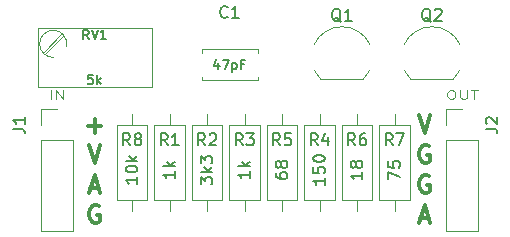
<source format=gto>
G04 #@! TF.FileFunction,Legend,Top*
%FSLAX46Y46*%
G04 Gerber Fmt 4.6, Leading zero omitted, Abs format (unit mm)*
G04 Created by KiCad (PCBNEW 4.0.7) date 02/14/19 14:55:55*
%MOMM*%
%LPD*%
G01*
G04 APERTURE LIST*
%ADD10C,0.100000*%
%ADD11C,0.300000*%
%ADD12C,0.120000*%
%ADD13C,0.150000*%
G04 APERTURE END LIST*
D10*
X134096191Y-124776667D02*
X134096191Y-124076667D01*
X134572381Y-124776667D02*
X134572381Y-124076667D01*
X135143810Y-124776667D01*
X135143810Y-124076667D01*
X167910000Y-124076667D02*
X168100477Y-124076667D01*
X168195715Y-124110000D01*
X168290953Y-124176667D01*
X168338572Y-124310000D01*
X168338572Y-124543333D01*
X168290953Y-124676667D01*
X168195715Y-124743333D01*
X168100477Y-124776667D01*
X167910000Y-124776667D01*
X167814762Y-124743333D01*
X167719524Y-124676667D01*
X167671905Y-124543333D01*
X167671905Y-124310000D01*
X167719524Y-124176667D01*
X167814762Y-124110000D01*
X167910000Y-124076667D01*
X168767143Y-124076667D02*
X168767143Y-124643333D01*
X168814762Y-124710000D01*
X168862381Y-124743333D01*
X168957619Y-124776667D01*
X169148096Y-124776667D01*
X169243334Y-124743333D01*
X169290953Y-124710000D01*
X169338572Y-124643333D01*
X169338572Y-124076667D01*
X169671905Y-124076667D02*
X170243334Y-124076667D01*
X169957619Y-124776667D02*
X169957619Y-124076667D01*
D11*
X165377857Y-134870000D02*
X166092143Y-134870000D01*
X165235000Y-135298571D02*
X165735000Y-133798571D01*
X166235000Y-135298571D01*
X166127857Y-131330000D02*
X165985000Y-131258571D01*
X165770714Y-131258571D01*
X165556429Y-131330000D01*
X165413571Y-131472857D01*
X165342143Y-131615714D01*
X165270714Y-131901429D01*
X165270714Y-132115714D01*
X165342143Y-132401429D01*
X165413571Y-132544286D01*
X165556429Y-132687143D01*
X165770714Y-132758571D01*
X165913571Y-132758571D01*
X166127857Y-132687143D01*
X166199286Y-132615714D01*
X166199286Y-132115714D01*
X165913571Y-132115714D01*
X166127857Y-128790000D02*
X165985000Y-128718571D01*
X165770714Y-128718571D01*
X165556429Y-128790000D01*
X165413571Y-128932857D01*
X165342143Y-129075714D01*
X165270714Y-129361429D01*
X165270714Y-129575714D01*
X165342143Y-129861429D01*
X165413571Y-130004286D01*
X165556429Y-130147143D01*
X165770714Y-130218571D01*
X165913571Y-130218571D01*
X166127857Y-130147143D01*
X166199286Y-130075714D01*
X166199286Y-129575714D01*
X165913571Y-129575714D01*
X165235000Y-126178571D02*
X165735000Y-127678571D01*
X166235000Y-126178571D01*
X138187857Y-133870000D02*
X138045000Y-133798571D01*
X137830714Y-133798571D01*
X137616429Y-133870000D01*
X137473571Y-134012857D01*
X137402143Y-134155714D01*
X137330714Y-134441429D01*
X137330714Y-134655714D01*
X137402143Y-134941429D01*
X137473571Y-135084286D01*
X137616429Y-135227143D01*
X137830714Y-135298571D01*
X137973571Y-135298571D01*
X138187857Y-135227143D01*
X138259286Y-135155714D01*
X138259286Y-134655714D01*
X137973571Y-134655714D01*
X137437857Y-132330000D02*
X138152143Y-132330000D01*
X137295000Y-132758571D02*
X137795000Y-131258571D01*
X138295000Y-132758571D01*
X137295000Y-128718571D02*
X137795000Y-130218571D01*
X138295000Y-128718571D01*
X137223572Y-127107143D02*
X138366429Y-127107143D01*
X137795000Y-127678571D02*
X137795000Y-126535714D01*
D12*
X149185000Y-133385000D02*
X151805000Y-133385000D01*
X151805000Y-133385000D02*
X151805000Y-126965000D01*
X151805000Y-126965000D02*
X149185000Y-126965000D01*
X149185000Y-126965000D02*
X149185000Y-133385000D01*
X150495000Y-134275000D02*
X150495000Y-133385000D01*
X150495000Y-126075000D02*
X150495000Y-126965000D01*
X134340309Y-121289296D02*
G75*
G02X134300000Y-118980000I-40309J1154296D01*
G01*
X134279879Y-118980948D02*
G75*
G02X135429000Y-120375000I20121J-1154052D01*
G01*
X142620000Y-123755000D02*
X132970000Y-123755000D01*
X142620000Y-118804000D02*
X132970000Y-118804000D01*
X142620000Y-123755000D02*
X142620000Y-118804000D01*
X132970000Y-123755000D02*
X132970000Y-118804000D01*
X133424000Y-120869000D02*
X135035000Y-119259000D01*
X133564000Y-121010000D02*
X135176000Y-119400000D01*
X151675000Y-123230000D02*
X146855000Y-123230000D01*
X151675000Y-120610000D02*
X146855000Y-120610000D01*
X151675000Y-123230000D02*
X151675000Y-122916000D01*
X151675000Y-120924000D02*
X151675000Y-120610000D01*
X146855000Y-123230000D02*
X146855000Y-122916000D01*
X146855000Y-120924000D02*
X146855000Y-120610000D01*
X167580000Y-135950000D02*
X170240000Y-135950000D01*
X167580000Y-128270000D02*
X167580000Y-135950000D01*
X170240000Y-128270000D02*
X170240000Y-135950000D01*
X167580000Y-128270000D02*
X170240000Y-128270000D01*
X167580000Y-127000000D02*
X167580000Y-125670000D01*
X167580000Y-125670000D02*
X168910000Y-125670000D01*
X156950000Y-123135000D02*
X160550000Y-123135000D01*
X156425816Y-122407795D02*
G75*
G03X156950000Y-123135000I2324184J1122795D01*
G01*
X156393600Y-120186193D02*
G75*
G02X158750000Y-118685000I2356400J-1098807D01*
G01*
X161106400Y-120186193D02*
G75*
G03X158750000Y-118685000I-2356400J-1098807D01*
G01*
X161074184Y-122407795D02*
G75*
G02X160550000Y-123135000I-2324184J1122795D01*
G01*
X164570000Y-123135000D02*
X168170000Y-123135000D01*
X164045816Y-122407795D02*
G75*
G03X164570000Y-123135000I2324184J1122795D01*
G01*
X164013600Y-120186193D02*
G75*
G02X166370000Y-118685000I2356400J-1098807D01*
G01*
X168726400Y-120186193D02*
G75*
G03X166370000Y-118685000I-2356400J-1098807D01*
G01*
X168694184Y-122407795D02*
G75*
G02X168170000Y-123135000I-2324184J1122795D01*
G01*
X142835000Y-133385000D02*
X145455000Y-133385000D01*
X145455000Y-133385000D02*
X145455000Y-126965000D01*
X145455000Y-126965000D02*
X142835000Y-126965000D01*
X142835000Y-126965000D02*
X142835000Y-133385000D01*
X144145000Y-134275000D02*
X144145000Y-133385000D01*
X144145000Y-126075000D02*
X144145000Y-126965000D01*
X146010000Y-133385000D02*
X148630000Y-133385000D01*
X148630000Y-133385000D02*
X148630000Y-126965000D01*
X148630000Y-126965000D02*
X146010000Y-126965000D01*
X146010000Y-126965000D02*
X146010000Y-133385000D01*
X147320000Y-134275000D02*
X147320000Y-133385000D01*
X147320000Y-126075000D02*
X147320000Y-126965000D01*
X155535000Y-133385000D02*
X158155000Y-133385000D01*
X158155000Y-133385000D02*
X158155000Y-126965000D01*
X158155000Y-126965000D02*
X155535000Y-126965000D01*
X155535000Y-126965000D02*
X155535000Y-133385000D01*
X156845000Y-134275000D02*
X156845000Y-133385000D01*
X156845000Y-126075000D02*
X156845000Y-126965000D01*
X152360000Y-133385000D02*
X154980000Y-133385000D01*
X154980000Y-133385000D02*
X154980000Y-126965000D01*
X154980000Y-126965000D02*
X152360000Y-126965000D01*
X152360000Y-126965000D02*
X152360000Y-133385000D01*
X153670000Y-134275000D02*
X153670000Y-133385000D01*
X153670000Y-126075000D02*
X153670000Y-126965000D01*
X158710000Y-133385000D02*
X161330000Y-133385000D01*
X161330000Y-133385000D02*
X161330000Y-126965000D01*
X161330000Y-126965000D02*
X158710000Y-126965000D01*
X158710000Y-126965000D02*
X158710000Y-133385000D01*
X160020000Y-134275000D02*
X160020000Y-133385000D01*
X160020000Y-126075000D02*
X160020000Y-126965000D01*
X161885000Y-133385000D02*
X164505000Y-133385000D01*
X164505000Y-133385000D02*
X164505000Y-126965000D01*
X164505000Y-126965000D02*
X161885000Y-126965000D01*
X161885000Y-126965000D02*
X161885000Y-133385000D01*
X163195000Y-134275000D02*
X163195000Y-133385000D01*
X163195000Y-126075000D02*
X163195000Y-126965000D01*
X139660000Y-133385000D02*
X142280000Y-133385000D01*
X142280000Y-133385000D02*
X142280000Y-126965000D01*
X142280000Y-126965000D02*
X139660000Y-126965000D01*
X139660000Y-126965000D02*
X139660000Y-133385000D01*
X140970000Y-134275000D02*
X140970000Y-133385000D01*
X140970000Y-126075000D02*
X140970000Y-126965000D01*
X133290000Y-135950000D02*
X135950000Y-135950000D01*
X133290000Y-128270000D02*
X133290000Y-135950000D01*
X135950000Y-128270000D02*
X135950000Y-135950000D01*
X133290000Y-128270000D02*
X135950000Y-128270000D01*
X133290000Y-127000000D02*
X133290000Y-125670000D01*
X133290000Y-125670000D02*
X134620000Y-125670000D01*
D13*
X150328334Y-128722381D02*
X149995000Y-128246190D01*
X149756905Y-128722381D02*
X149756905Y-127722381D01*
X150137858Y-127722381D01*
X150233096Y-127770000D01*
X150280715Y-127817619D01*
X150328334Y-127912857D01*
X150328334Y-128055714D01*
X150280715Y-128150952D01*
X150233096Y-128198571D01*
X150137858Y-128246190D01*
X149756905Y-128246190D01*
X150661667Y-127722381D02*
X151280715Y-127722381D01*
X150947381Y-128103333D01*
X151090239Y-128103333D01*
X151185477Y-128150952D01*
X151233096Y-128198571D01*
X151280715Y-128293810D01*
X151280715Y-128531905D01*
X151233096Y-128627143D01*
X151185477Y-128674762D01*
X151090239Y-128722381D01*
X150804524Y-128722381D01*
X150709286Y-128674762D01*
X150661667Y-128627143D01*
X150947381Y-130929047D02*
X150947381Y-131500476D01*
X150947381Y-131214762D02*
X149947381Y-131214762D01*
X150090238Y-131310000D01*
X150185476Y-131405238D01*
X150233095Y-131500476D01*
X150947381Y-130500476D02*
X149947381Y-130500476D01*
X150566429Y-130405238D02*
X150947381Y-130119523D01*
X150280714Y-130119523D02*
X150661667Y-130500476D01*
X137318810Y-119741905D02*
X137052143Y-119360952D01*
X136861667Y-119741905D02*
X136861667Y-118941905D01*
X137166429Y-118941905D01*
X137242620Y-118980000D01*
X137280715Y-119018095D01*
X137318810Y-119094286D01*
X137318810Y-119208571D01*
X137280715Y-119284762D01*
X137242620Y-119322857D01*
X137166429Y-119360952D01*
X136861667Y-119360952D01*
X137547381Y-118941905D02*
X137814048Y-119741905D01*
X138080715Y-118941905D01*
X138766429Y-119741905D02*
X138309286Y-119741905D01*
X138537857Y-119741905D02*
X138537857Y-118941905D01*
X138461667Y-119056190D01*
X138385476Y-119132381D01*
X138309286Y-119170476D01*
X137661667Y-122751905D02*
X137280714Y-122751905D01*
X137242619Y-123132857D01*
X137280714Y-123094762D01*
X137356905Y-123056667D01*
X137547381Y-123056667D01*
X137623571Y-123094762D01*
X137661667Y-123132857D01*
X137699762Y-123209048D01*
X137699762Y-123399524D01*
X137661667Y-123475714D01*
X137623571Y-123513810D01*
X137547381Y-123551905D01*
X137356905Y-123551905D01*
X137280714Y-123513810D01*
X137242619Y-123475714D01*
X138042619Y-123551905D02*
X138042619Y-122751905D01*
X138118810Y-123247143D02*
X138347381Y-123551905D01*
X138347381Y-123018571D02*
X138042619Y-123323333D01*
X149058334Y-117832143D02*
X149010715Y-117879762D01*
X148867858Y-117927381D01*
X148772620Y-117927381D01*
X148629762Y-117879762D01*
X148534524Y-117784524D01*
X148486905Y-117689286D01*
X148439286Y-117498810D01*
X148439286Y-117355952D01*
X148486905Y-117165476D01*
X148534524Y-117070238D01*
X148629762Y-116975000D01*
X148772620Y-116927381D01*
X148867858Y-116927381D01*
X149010715Y-116975000D01*
X149058334Y-117022619D01*
X150010715Y-117927381D02*
X149439286Y-117927381D01*
X149725000Y-117927381D02*
X149725000Y-116927381D01*
X149629762Y-117070238D01*
X149534524Y-117165476D01*
X149439286Y-117213095D01*
X148291666Y-121748571D02*
X148291666Y-122281905D01*
X148101190Y-121443810D02*
X147910714Y-122015238D01*
X148405952Y-122015238D01*
X148634524Y-121481905D02*
X149167857Y-121481905D01*
X148825000Y-122281905D01*
X149472619Y-121748571D02*
X149472619Y-122548571D01*
X149472619Y-121786667D02*
X149548810Y-121748571D01*
X149701191Y-121748571D01*
X149777381Y-121786667D01*
X149815476Y-121824762D01*
X149853572Y-121900952D01*
X149853572Y-122129524D01*
X149815476Y-122205714D01*
X149777381Y-122243810D01*
X149701191Y-122281905D01*
X149548810Y-122281905D01*
X149472619Y-122243810D01*
X150463096Y-121862857D02*
X150196429Y-121862857D01*
X150196429Y-122281905D02*
X150196429Y-121481905D01*
X150577382Y-121481905D01*
X170902381Y-127333333D02*
X171616667Y-127333333D01*
X171759524Y-127380953D01*
X171854762Y-127476191D01*
X171902381Y-127619048D01*
X171902381Y-127714286D01*
X170997619Y-126904762D02*
X170950000Y-126857143D01*
X170902381Y-126761905D01*
X170902381Y-126523809D01*
X170950000Y-126428571D01*
X170997619Y-126380952D01*
X171092857Y-126333333D01*
X171188095Y-126333333D01*
X171330952Y-126380952D01*
X171902381Y-126952381D01*
X171902381Y-126333333D01*
X158654762Y-118272619D02*
X158559524Y-118225000D01*
X158464286Y-118129762D01*
X158321429Y-117986905D01*
X158226190Y-117939286D01*
X158130952Y-117939286D01*
X158178571Y-118177381D02*
X158083333Y-118129762D01*
X157988095Y-118034524D01*
X157940476Y-117844048D01*
X157940476Y-117510714D01*
X157988095Y-117320238D01*
X158083333Y-117225000D01*
X158178571Y-117177381D01*
X158369048Y-117177381D01*
X158464286Y-117225000D01*
X158559524Y-117320238D01*
X158607143Y-117510714D01*
X158607143Y-117844048D01*
X158559524Y-118034524D01*
X158464286Y-118129762D01*
X158369048Y-118177381D01*
X158178571Y-118177381D01*
X159559524Y-118177381D02*
X158988095Y-118177381D01*
X159273809Y-118177381D02*
X159273809Y-117177381D01*
X159178571Y-117320238D01*
X159083333Y-117415476D01*
X158988095Y-117463095D01*
X166274762Y-118272619D02*
X166179524Y-118225000D01*
X166084286Y-118129762D01*
X165941429Y-117986905D01*
X165846190Y-117939286D01*
X165750952Y-117939286D01*
X165798571Y-118177381D02*
X165703333Y-118129762D01*
X165608095Y-118034524D01*
X165560476Y-117844048D01*
X165560476Y-117510714D01*
X165608095Y-117320238D01*
X165703333Y-117225000D01*
X165798571Y-117177381D01*
X165989048Y-117177381D01*
X166084286Y-117225000D01*
X166179524Y-117320238D01*
X166227143Y-117510714D01*
X166227143Y-117844048D01*
X166179524Y-118034524D01*
X166084286Y-118129762D01*
X165989048Y-118177381D01*
X165798571Y-118177381D01*
X166608095Y-117272619D02*
X166655714Y-117225000D01*
X166750952Y-117177381D01*
X166989048Y-117177381D01*
X167084286Y-117225000D01*
X167131905Y-117272619D01*
X167179524Y-117367857D01*
X167179524Y-117463095D01*
X167131905Y-117605952D01*
X166560476Y-118177381D01*
X167179524Y-118177381D01*
X143978334Y-128722381D02*
X143645000Y-128246190D01*
X143406905Y-128722381D02*
X143406905Y-127722381D01*
X143787858Y-127722381D01*
X143883096Y-127770000D01*
X143930715Y-127817619D01*
X143978334Y-127912857D01*
X143978334Y-128055714D01*
X143930715Y-128150952D01*
X143883096Y-128198571D01*
X143787858Y-128246190D01*
X143406905Y-128246190D01*
X144930715Y-128722381D02*
X144359286Y-128722381D01*
X144645000Y-128722381D02*
X144645000Y-127722381D01*
X144549762Y-127865238D01*
X144454524Y-127960476D01*
X144359286Y-128008095D01*
X144597381Y-130929047D02*
X144597381Y-131500476D01*
X144597381Y-131214762D02*
X143597381Y-131214762D01*
X143740238Y-131310000D01*
X143835476Y-131405238D01*
X143883095Y-131500476D01*
X144597381Y-130500476D02*
X143597381Y-130500476D01*
X144216429Y-130405238D02*
X144597381Y-130119523D01*
X143930714Y-130119523D02*
X144311667Y-130500476D01*
X147153334Y-128722381D02*
X146820000Y-128246190D01*
X146581905Y-128722381D02*
X146581905Y-127722381D01*
X146962858Y-127722381D01*
X147058096Y-127770000D01*
X147105715Y-127817619D01*
X147153334Y-127912857D01*
X147153334Y-128055714D01*
X147105715Y-128150952D01*
X147058096Y-128198571D01*
X146962858Y-128246190D01*
X146581905Y-128246190D01*
X147534286Y-127817619D02*
X147581905Y-127770000D01*
X147677143Y-127722381D01*
X147915239Y-127722381D01*
X148010477Y-127770000D01*
X148058096Y-127817619D01*
X148105715Y-127912857D01*
X148105715Y-128008095D01*
X148058096Y-128150952D01*
X147486667Y-128722381D01*
X148105715Y-128722381D01*
X146772381Y-132024286D02*
X146772381Y-131405238D01*
X147153333Y-131738572D01*
X147153333Y-131595714D01*
X147200952Y-131500476D01*
X147248571Y-131452857D01*
X147343810Y-131405238D01*
X147581905Y-131405238D01*
X147677143Y-131452857D01*
X147724762Y-131500476D01*
X147772381Y-131595714D01*
X147772381Y-131881429D01*
X147724762Y-131976667D01*
X147677143Y-132024286D01*
X147772381Y-130976667D02*
X146772381Y-130976667D01*
X147391429Y-130881429D02*
X147772381Y-130595714D01*
X147105714Y-130595714D02*
X147486667Y-130976667D01*
X146772381Y-130262381D02*
X146772381Y-129643333D01*
X147153333Y-129976667D01*
X147153333Y-129833809D01*
X147200952Y-129738571D01*
X147248571Y-129690952D01*
X147343810Y-129643333D01*
X147581905Y-129643333D01*
X147677143Y-129690952D01*
X147724762Y-129738571D01*
X147772381Y-129833809D01*
X147772381Y-130119524D01*
X147724762Y-130214762D01*
X147677143Y-130262381D01*
X156678334Y-128722381D02*
X156345000Y-128246190D01*
X156106905Y-128722381D02*
X156106905Y-127722381D01*
X156487858Y-127722381D01*
X156583096Y-127770000D01*
X156630715Y-127817619D01*
X156678334Y-127912857D01*
X156678334Y-128055714D01*
X156630715Y-128150952D01*
X156583096Y-128198571D01*
X156487858Y-128246190D01*
X156106905Y-128246190D01*
X157535477Y-128055714D02*
X157535477Y-128722381D01*
X157297381Y-127674762D02*
X157059286Y-128389048D01*
X157678334Y-128389048D01*
X157297381Y-131476666D02*
X157297381Y-132048095D01*
X157297381Y-131762381D02*
X156297381Y-131762381D01*
X156440238Y-131857619D01*
X156535476Y-131952857D01*
X156583095Y-132048095D01*
X156297381Y-130571904D02*
X156297381Y-131048095D01*
X156773571Y-131095714D01*
X156725952Y-131048095D01*
X156678333Y-130952857D01*
X156678333Y-130714761D01*
X156725952Y-130619523D01*
X156773571Y-130571904D01*
X156868810Y-130524285D01*
X157106905Y-130524285D01*
X157202143Y-130571904D01*
X157249762Y-130619523D01*
X157297381Y-130714761D01*
X157297381Y-130952857D01*
X157249762Y-131048095D01*
X157202143Y-131095714D01*
X156297381Y-129905238D02*
X156297381Y-129809999D01*
X156345000Y-129714761D01*
X156392619Y-129667142D01*
X156487857Y-129619523D01*
X156678333Y-129571904D01*
X156916429Y-129571904D01*
X157106905Y-129619523D01*
X157202143Y-129667142D01*
X157249762Y-129714761D01*
X157297381Y-129809999D01*
X157297381Y-129905238D01*
X157249762Y-130000476D01*
X157202143Y-130048095D01*
X157106905Y-130095714D01*
X156916429Y-130143333D01*
X156678333Y-130143333D01*
X156487857Y-130095714D01*
X156392619Y-130048095D01*
X156345000Y-130000476D01*
X156297381Y-129905238D01*
X153503334Y-128722381D02*
X153170000Y-128246190D01*
X152931905Y-128722381D02*
X152931905Y-127722381D01*
X153312858Y-127722381D01*
X153408096Y-127770000D01*
X153455715Y-127817619D01*
X153503334Y-127912857D01*
X153503334Y-128055714D01*
X153455715Y-128150952D01*
X153408096Y-128198571D01*
X153312858Y-128246190D01*
X152931905Y-128246190D01*
X154408096Y-127722381D02*
X153931905Y-127722381D01*
X153884286Y-128198571D01*
X153931905Y-128150952D01*
X154027143Y-128103333D01*
X154265239Y-128103333D01*
X154360477Y-128150952D01*
X154408096Y-128198571D01*
X154455715Y-128293810D01*
X154455715Y-128531905D01*
X154408096Y-128627143D01*
X154360477Y-128674762D01*
X154265239Y-128722381D01*
X154027143Y-128722381D01*
X153931905Y-128674762D01*
X153884286Y-128627143D01*
X153122381Y-131095714D02*
X153122381Y-131286191D01*
X153170000Y-131381429D01*
X153217619Y-131429048D01*
X153360476Y-131524286D01*
X153550952Y-131571905D01*
X153931905Y-131571905D01*
X154027143Y-131524286D01*
X154074762Y-131476667D01*
X154122381Y-131381429D01*
X154122381Y-131190952D01*
X154074762Y-131095714D01*
X154027143Y-131048095D01*
X153931905Y-131000476D01*
X153693810Y-131000476D01*
X153598571Y-131048095D01*
X153550952Y-131095714D01*
X153503333Y-131190952D01*
X153503333Y-131381429D01*
X153550952Y-131476667D01*
X153598571Y-131524286D01*
X153693810Y-131571905D01*
X153550952Y-130429048D02*
X153503333Y-130524286D01*
X153455714Y-130571905D01*
X153360476Y-130619524D01*
X153312857Y-130619524D01*
X153217619Y-130571905D01*
X153170000Y-130524286D01*
X153122381Y-130429048D01*
X153122381Y-130238571D01*
X153170000Y-130143333D01*
X153217619Y-130095714D01*
X153312857Y-130048095D01*
X153360476Y-130048095D01*
X153455714Y-130095714D01*
X153503333Y-130143333D01*
X153550952Y-130238571D01*
X153550952Y-130429048D01*
X153598571Y-130524286D01*
X153646190Y-130571905D01*
X153741429Y-130619524D01*
X153931905Y-130619524D01*
X154027143Y-130571905D01*
X154074762Y-130524286D01*
X154122381Y-130429048D01*
X154122381Y-130238571D01*
X154074762Y-130143333D01*
X154027143Y-130095714D01*
X153931905Y-130048095D01*
X153741429Y-130048095D01*
X153646190Y-130095714D01*
X153598571Y-130143333D01*
X153550952Y-130238571D01*
X159853334Y-128722381D02*
X159520000Y-128246190D01*
X159281905Y-128722381D02*
X159281905Y-127722381D01*
X159662858Y-127722381D01*
X159758096Y-127770000D01*
X159805715Y-127817619D01*
X159853334Y-127912857D01*
X159853334Y-128055714D01*
X159805715Y-128150952D01*
X159758096Y-128198571D01*
X159662858Y-128246190D01*
X159281905Y-128246190D01*
X160710477Y-127722381D02*
X160520000Y-127722381D01*
X160424762Y-127770000D01*
X160377143Y-127817619D01*
X160281905Y-127960476D01*
X160234286Y-128150952D01*
X160234286Y-128531905D01*
X160281905Y-128627143D01*
X160329524Y-128674762D01*
X160424762Y-128722381D01*
X160615239Y-128722381D01*
X160710477Y-128674762D01*
X160758096Y-128627143D01*
X160805715Y-128531905D01*
X160805715Y-128293810D01*
X160758096Y-128198571D01*
X160710477Y-128150952D01*
X160615239Y-128103333D01*
X160424762Y-128103333D01*
X160329524Y-128150952D01*
X160281905Y-128198571D01*
X160234286Y-128293810D01*
X160472381Y-131000476D02*
X160472381Y-131571905D01*
X160472381Y-131286191D02*
X159472381Y-131286191D01*
X159615238Y-131381429D01*
X159710476Y-131476667D01*
X159758095Y-131571905D01*
X159900952Y-130429048D02*
X159853333Y-130524286D01*
X159805714Y-130571905D01*
X159710476Y-130619524D01*
X159662857Y-130619524D01*
X159567619Y-130571905D01*
X159520000Y-130524286D01*
X159472381Y-130429048D01*
X159472381Y-130238571D01*
X159520000Y-130143333D01*
X159567619Y-130095714D01*
X159662857Y-130048095D01*
X159710476Y-130048095D01*
X159805714Y-130095714D01*
X159853333Y-130143333D01*
X159900952Y-130238571D01*
X159900952Y-130429048D01*
X159948571Y-130524286D01*
X159996190Y-130571905D01*
X160091429Y-130619524D01*
X160281905Y-130619524D01*
X160377143Y-130571905D01*
X160424762Y-130524286D01*
X160472381Y-130429048D01*
X160472381Y-130238571D01*
X160424762Y-130143333D01*
X160377143Y-130095714D01*
X160281905Y-130048095D01*
X160091429Y-130048095D01*
X159996190Y-130095714D01*
X159948571Y-130143333D01*
X159900952Y-130238571D01*
X163028334Y-128722381D02*
X162695000Y-128246190D01*
X162456905Y-128722381D02*
X162456905Y-127722381D01*
X162837858Y-127722381D01*
X162933096Y-127770000D01*
X162980715Y-127817619D01*
X163028334Y-127912857D01*
X163028334Y-128055714D01*
X162980715Y-128150952D01*
X162933096Y-128198571D01*
X162837858Y-128246190D01*
X162456905Y-128246190D01*
X163361667Y-127722381D02*
X164028334Y-127722381D01*
X163599762Y-128722381D01*
X162647381Y-131619524D02*
X162647381Y-130952857D01*
X163647381Y-131381429D01*
X162647381Y-130095714D02*
X162647381Y-130571905D01*
X163123571Y-130619524D01*
X163075952Y-130571905D01*
X163028333Y-130476667D01*
X163028333Y-130238571D01*
X163075952Y-130143333D01*
X163123571Y-130095714D01*
X163218810Y-130048095D01*
X163456905Y-130048095D01*
X163552143Y-130095714D01*
X163599762Y-130143333D01*
X163647381Y-130238571D01*
X163647381Y-130476667D01*
X163599762Y-130571905D01*
X163552143Y-130619524D01*
X140803334Y-128722381D02*
X140470000Y-128246190D01*
X140231905Y-128722381D02*
X140231905Y-127722381D01*
X140612858Y-127722381D01*
X140708096Y-127770000D01*
X140755715Y-127817619D01*
X140803334Y-127912857D01*
X140803334Y-128055714D01*
X140755715Y-128150952D01*
X140708096Y-128198571D01*
X140612858Y-128246190D01*
X140231905Y-128246190D01*
X141374762Y-128150952D02*
X141279524Y-128103333D01*
X141231905Y-128055714D01*
X141184286Y-127960476D01*
X141184286Y-127912857D01*
X141231905Y-127817619D01*
X141279524Y-127770000D01*
X141374762Y-127722381D01*
X141565239Y-127722381D01*
X141660477Y-127770000D01*
X141708096Y-127817619D01*
X141755715Y-127912857D01*
X141755715Y-127960476D01*
X141708096Y-128055714D01*
X141660477Y-128103333D01*
X141565239Y-128150952D01*
X141374762Y-128150952D01*
X141279524Y-128198571D01*
X141231905Y-128246190D01*
X141184286Y-128341429D01*
X141184286Y-128531905D01*
X141231905Y-128627143D01*
X141279524Y-128674762D01*
X141374762Y-128722381D01*
X141565239Y-128722381D01*
X141660477Y-128674762D01*
X141708096Y-128627143D01*
X141755715Y-128531905D01*
X141755715Y-128341429D01*
X141708096Y-128246190D01*
X141660477Y-128198571D01*
X141565239Y-128150952D01*
X141422381Y-131405238D02*
X141422381Y-131976667D01*
X141422381Y-131690953D02*
X140422381Y-131690953D01*
X140565238Y-131786191D01*
X140660476Y-131881429D01*
X140708095Y-131976667D01*
X140422381Y-130786191D02*
X140422381Y-130690952D01*
X140470000Y-130595714D01*
X140517619Y-130548095D01*
X140612857Y-130500476D01*
X140803333Y-130452857D01*
X141041429Y-130452857D01*
X141231905Y-130500476D01*
X141327143Y-130548095D01*
X141374762Y-130595714D01*
X141422381Y-130690952D01*
X141422381Y-130786191D01*
X141374762Y-130881429D01*
X141327143Y-130929048D01*
X141231905Y-130976667D01*
X141041429Y-131024286D01*
X140803333Y-131024286D01*
X140612857Y-130976667D01*
X140517619Y-130929048D01*
X140470000Y-130881429D01*
X140422381Y-130786191D01*
X141422381Y-130024286D02*
X140422381Y-130024286D01*
X141041429Y-129929048D02*
X141422381Y-129643333D01*
X140755714Y-129643333D02*
X141136667Y-130024286D01*
X130897381Y-127333333D02*
X131611667Y-127333333D01*
X131754524Y-127380953D01*
X131849762Y-127476191D01*
X131897381Y-127619048D01*
X131897381Y-127714286D01*
X131897381Y-126333333D02*
X131897381Y-126904762D01*
X131897381Y-126619048D02*
X130897381Y-126619048D01*
X131040238Y-126714286D01*
X131135476Y-126809524D01*
X131183095Y-126904762D01*
M02*

</source>
